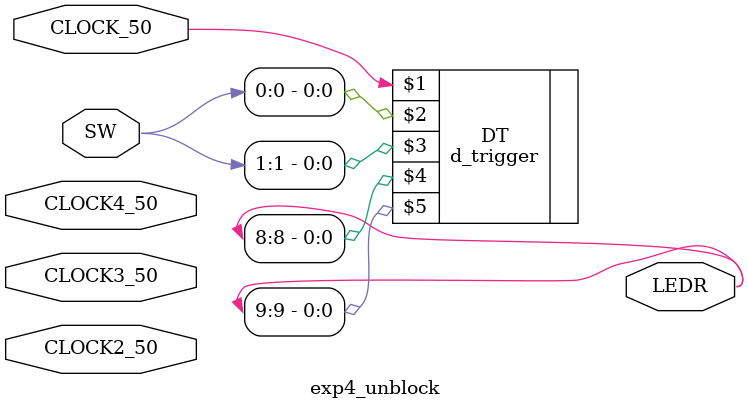
<source format=v>


module exp4_unblock(

	//////////// CLOCK //////////
	input 		          		CLOCK2_50,
	input 		          		CLOCK3_50,
	input 		          		CLOCK4_50,
	input 		          		CLOCK_50,

	//////////// SW //////////
	input 		     [9:0]		SW,

	//////////// LED //////////
	output		     [9:0]		LEDR
);



//=======================================================
//  REG/WIRE declarations
//=======================================================

d_trigger DT(CLOCK_50,SW[0],SW[1],LEDR[8],LEDR[9]);


//=======================================================
//  Structural coding
//=======================================================



endmodule

</source>
